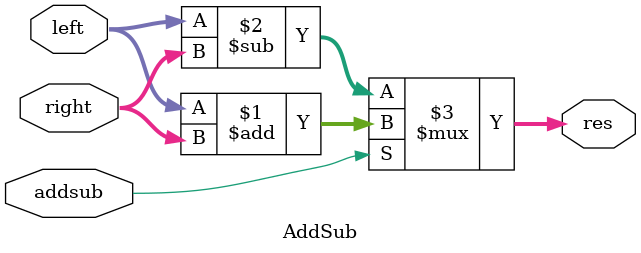
<source format=v>
`timescale 1ns/1ns

module AddSub (left, right, res, addsub);
parameter size = 8;
input addsub;
input [size-1:0] left, right;
output [size-1:0] res;

assign res = addsub ? left + right : left - right;
    
endmodule
</source>
